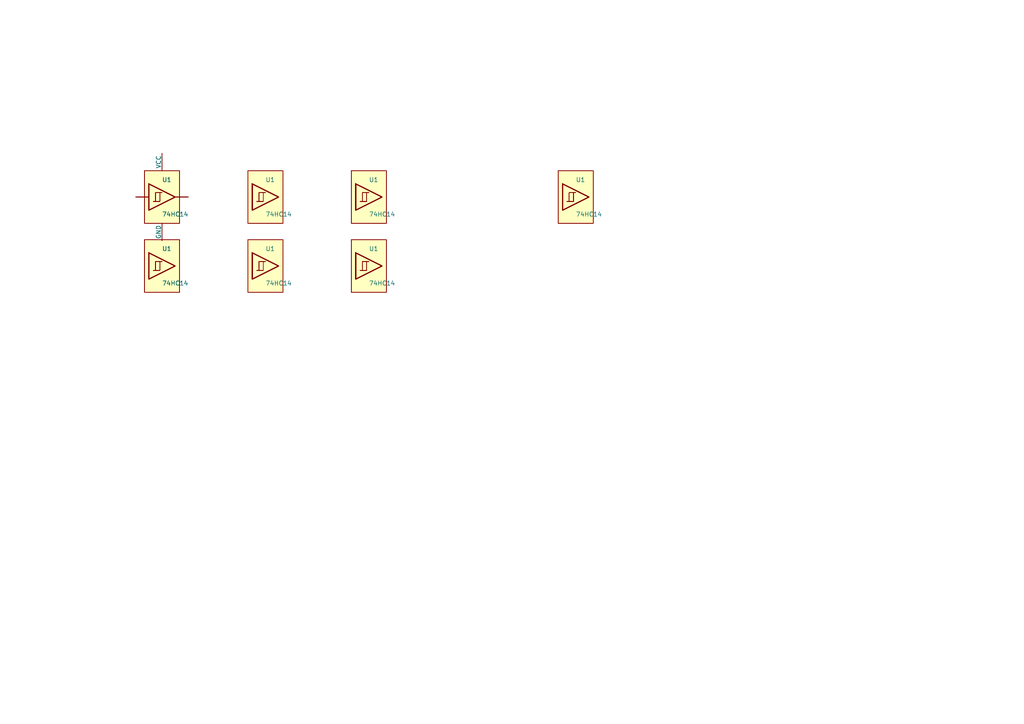
<source format=kicad_sch>
(kicad_sch (version 20250114) (generator "circuit_synth") (generator_version "9.0")
  (paper "A4")
  (lib_symbols
    (symbol "74xx:74HC14" (pin_numbers hide) (pin_names (offset 0))
      (property "Reference" "U" (at 0 0 0))
      (property "Value" "74HC14" (at 0 0 0))
      (symbol "74HC14_0_1"
        (polyline (pts (xy -3.81 3.81) (xy -3.81 -3.81) (xy 3.81 0) (xy -3.81 3.81)) (stroke (width 0.254)) (fill (type background)))
        (polyline (pts (xy -2.54 -1.27) (xy -0.635 -1.27) (xy -0.635 1.27) (xy 0 1.27)))
        (polyline (pts (xy -1.905 -1.27) (xy -1.905 1.27) (xy -0.635 1.27)))
        (polyline (pts (xy -3.81 3.81) (xy -3.81 -3.81) (xy 3.81 0) (xy -3.81 3.81)) (stroke (width 0.254)) (fill (type background)))
        (polyline (pts (xy -2.54 -1.27) (xy -0.635 -1.27) (xy -0.635 1.27) (xy 0 1.27)))
        (polyline (pts (xy -1.905 -1.27) (xy -1.905 1.27) (xy -0.635 1.27)))
        (polyline (pts (xy -3.81 3.81) (xy -3.81 -3.81) (xy 3.81 0) (xy -3.81 3.81)) (stroke (width 0.254)) (fill (type background)))
        (polyline (pts (xy -2.54 -1.27) (xy -0.635 -1.27) (xy -0.635 1.27) (xy 0 1.27)))
        (polyline (pts (xy -1.905 -1.27) (xy -1.905 1.27) (xy -0.635 1.27)))
        (polyline (pts (xy -3.81 3.81) (xy -3.81 -3.81) (xy 3.81 0) (xy -3.81 3.81)) (stroke (width 0.254)) (fill (type background)))
        (polyline (pts (xy -2.54 -1.27) (xy -0.635 -1.27) (xy -0.635 1.27) (xy 0 1.27)))
        (polyline (pts (xy -1.905 -1.27) (xy -1.905 1.27) (xy -0.635 1.27)))
        (polyline (pts (xy -3.81 3.81) (xy -3.81 -3.81) (xy 3.81 0) (xy -3.81 3.81)) (stroke (width 0.254)) (fill (type background)))
        (polyline (pts (xy -2.54 -1.27) (xy -0.635 -1.27) (xy -0.635 1.27) (xy 0 1.27)))
        (polyline (pts (xy -1.905 -1.27) (xy -1.905 1.27) (xy -0.635 1.27)))
        (polyline (pts (xy -3.81 3.81) (xy -3.81 -3.81) (xy 3.81 0) (xy -3.81 3.81)) (stroke (width 0.254)) (fill (type background)))
        (polyline (pts (xy -2.54 -1.27) (xy -0.635 -1.27) (xy -0.635 1.27) (xy 0 1.27)))
        (polyline (pts (xy -1.905 -1.27) (xy -1.905 1.27) (xy -0.635 1.27)))
        (rectangle (start -5.08 7.62) (end 5.08 -7.62) (stroke (width 0.254)) (fill (type background)))
      )
      (symbol "74HC14_1_1"
        (pin input line (at -7.62 0 0) (length 3.81) (name "~") (number "1"))
        (pin output line (at 7.62 0 180) (length 3.81) (name "~") (number "2"))
        (pin input line (at -7.62 0 0) (length 3.81) (name "~") (number "3"))
        (pin output line (at 7.62 0 180) (length 3.81) (name "~") (number "4"))
        (pin input line (at -7.62 0 0) (length 3.81) (name "~") (number "5"))
        (pin output line (at 7.62 0 180) (length 3.81) (name "~") (number "6"))
        (pin input line (at -7.62 0 0) (length 3.81) (name "~") (number "9"))
        (pin output line (at 7.62 0 180) (length 3.81) (name "~") (number "8"))
        (pin input line (at -7.62 0 0) (length 3.81) (name "~") (number "11"))
        (pin output line (at 7.62 0 180) (length 3.81) (name "~") (number "10"))
        (pin input line (at -7.62 0 0) (length 3.81) (name "~") (number "13"))
        (pin output line (at 7.62 0 180) (length 3.81) (name "~") (number "12"))
        (pin power_in line (at 0 12.7 270) (length 5.08) (name "VCC") (number "14"))
        (pin power_in line (at 0 -12.7 90) (length 5.08) (name "GND") (number "7"))
      )
    )
  )
  (symbol (lib_id "74xx:74HC14") (at 46.99 57.15 0) (unit 1)
    (property "Reference" "U1" (at 46.99 52.15 0) (effects (justify left)))
    (property "Value" "74HC14" (at 46.99 62.15 0) (effects (justify left)))
    (property "Footprint" "Package_SO:TSSOP-14_4.4x5mm_P0.65mm" (effects (hide yes)))
  )
  (symbol (lib_id "74xx:74HC14") (at 76.99 57.15 0) (unit 2) (in_bom no)
    (property "Reference" "U1" (at 76.99 52.15 0) (effects (justify left)))
    (property "Value" "74HC14" (at 76.99 62.15 0) (effects (justify left)))
    (property "Footprint" "Package_SO:TSSOP-14_4.4x5mm_P0.65mm" (effects (hide yes)))
  )
  (symbol (lib_id "74xx:74HC14") (at 106.99 57.15 0) (unit 3) (in_bom no)
    (property "Reference" "U1" (at 106.99 52.15 0) (effects (justify left)))
    (property "Value" "74HC14" (at 106.99 62.15 0) (effects (justify left)))
    (property "Footprint" "Package_SO:TSSOP-14_4.4x5mm_P0.65mm" (effects (hide yes)))
  )
  (symbol (lib_id "74xx:74HC14") (at 46.99 77.15 0) (unit 4) (in_bom no)
    (property "Reference" "U1" (at 46.99 72.15 0) (effects (justify left)))
    (property "Value" "74HC14" (at 46.99 82.15 0) (effects (justify left)))
    (property "Footprint" "Package_SO:TSSOP-14_4.4x5mm_P0.65mm" (effects (hide yes)))
  )
  (symbol (lib_id "74xx:74HC14") (at 76.99 77.15 0) (unit 5) (in_bom no)
    (property "Reference" "U1" (at 76.99 72.15 0) (effects (justify left)))
    (property "Value" "74HC14" (at 76.99 82.15 0) (effects (justify left)))
    (property "Footprint" "Package_SO:TSSOP-14_4.4x5mm_P0.65mm" (effects (hide yes)))
  )
  (symbol (lib_id "74xx:74HC14") (at 106.99 77.15 0) (unit 6) (in_bom no)
    (property "Reference" "U1" (at 106.99 72.15 0) (effects (justify left)))
    (property "Value" "74HC14" (at 106.99 82.15 0) (effects (justify left)))
    (property "Footprint" "Package_SO:TSSOP-14_4.4x5mm_P0.65mm" (effects (hide yes)))
  )
  (symbol (lib_id "74xx:74HC14") (at 166.99 57.15 0) (unit 7) (in_bom no)
    (property "Reference" "U1" (at 166.99 52.15 0) (effects (justify left)))
    (property "Value" "74HC14" (at 166.99 62.15 0) (effects (justify left)))
    (property "Footprint" "Package_SO:TSSOP-14_4.4x5mm_P0.65mm" (effects (hide yes)))
  )
)
</source>
